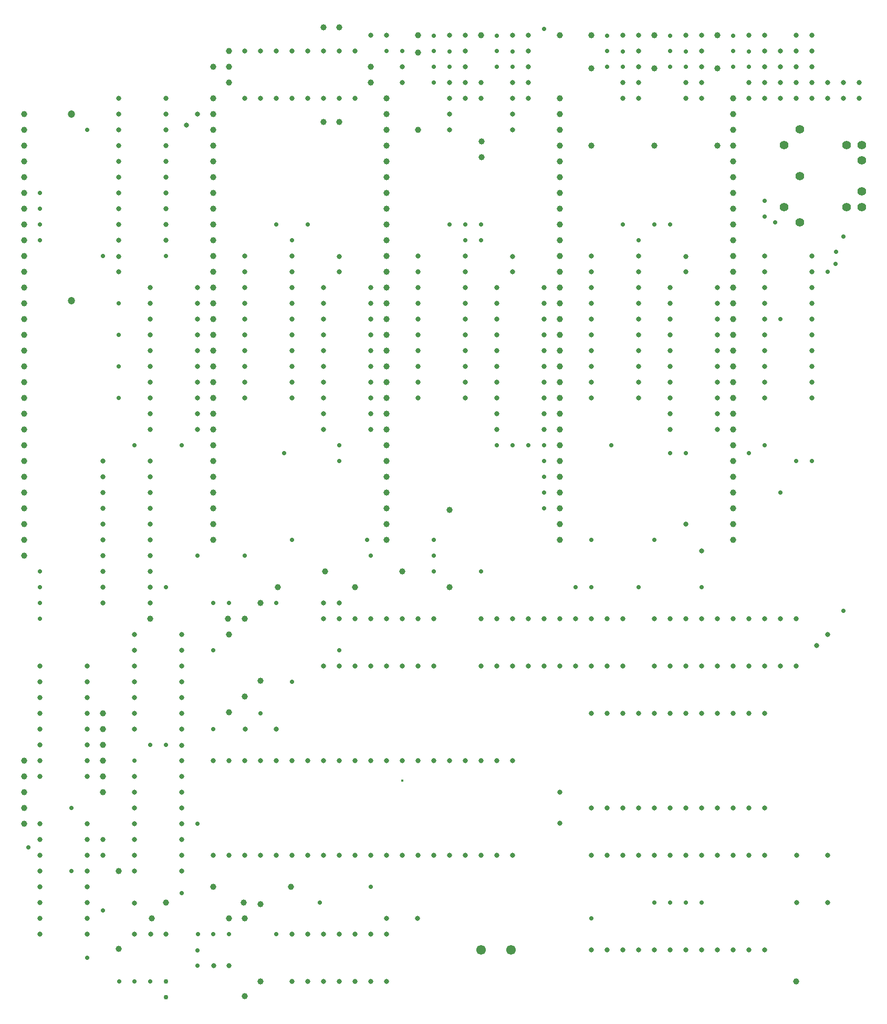
<source format=gbr>
%TF.GenerationSoftware,KiCad,Pcbnew,5.1.10*%
%TF.CreationDate,2022-02-01T20:50:17+01:00*%
%TF.ProjectId,Videoerweiterung,56696465-6f65-4727-9765-69746572756e,3*%
%TF.SameCoordinates,Original*%
%TF.FileFunction,Plated,1,2,PTH,Drill*%
%TF.FilePolarity,Positive*%
%FSLAX46Y46*%
G04 Gerber Fmt 4.6, Leading zero omitted, Abs format (unit mm)*
G04 Created by KiCad (PCBNEW 5.1.10) date 2022-02-01 20:50:17*
%MOMM*%
%LPD*%
G01*
G04 APERTURE LIST*
%TA.AperFunction,ViaDrill*%
%ADD10C,0.400000*%
%TD*%
%TA.AperFunction,ViaDrill*%
%ADD11C,0.700000*%
%TD*%
%TA.AperFunction,ComponentDrill*%
%ADD12C,0.700000*%
%TD*%
%TA.AperFunction,ComponentDrill*%
%ADD13C,0.750000*%
%TD*%
%TA.AperFunction,ComponentDrill*%
%ADD14C,0.800000*%
%TD*%
%TA.AperFunction,ComponentDrill*%
%ADD15C,1.000000*%
%TD*%
%TA.AperFunction,ComponentDrill*%
%ADD16C,1.200000*%
%TD*%
%TA.AperFunction,ComponentDrill*%
%ADD17C,1.400000*%
%TD*%
%TA.AperFunction,ComponentDrill*%
%ADD18C,1.550000*%
%TD*%
G04 APERTURE END LIST*
D10*
X109220000Y-173355000D03*
D11*
X48895000Y-184150000D03*
X50800000Y-78740000D03*
X50800000Y-81280000D03*
X50800000Y-83820000D03*
X50800000Y-86360000D03*
X50800000Y-139700000D03*
X50800000Y-142240000D03*
X50800000Y-144780000D03*
X50800000Y-147320000D03*
X55880000Y-177800000D03*
X55880000Y-187960000D03*
X58420000Y-68580000D03*
X58420000Y-201930000D03*
X60960000Y-88900000D03*
X60960000Y-194310000D03*
X63500000Y-96520000D03*
X63500000Y-101600000D03*
X63500000Y-106680000D03*
X63500000Y-111760000D03*
D12*
%TO.C,VT201*%
X63540000Y-205740000D03*
%TD*%
D11*
X66040000Y-119380000D03*
X66040000Y-170180000D03*
D12*
%TO.C,VT201*%
X66040000Y-205740000D03*
X68540000Y-205740000D03*
%TO.C,VD202*%
X68580000Y-167640000D03*
X71080000Y-167640000D03*
%TD*%
D11*
X71120000Y-88900000D03*
X71120000Y-142240000D03*
X73660000Y-119380000D03*
X73660000Y-191516000D03*
X76200000Y-137160000D03*
X76200000Y-180340000D03*
D12*
%TO.C,VD200*%
X76200000Y-200700000D03*
X76200000Y-203200000D03*
%TO.C,VT200*%
X76260000Y-198120000D03*
%TO.C,VD203*%
X78740000Y-144780000D03*
%TD*%
D11*
X78740000Y-152400000D03*
X78740000Y-165100000D03*
D12*
%TO.C,VT200*%
X78760000Y-198120000D03*
%TO.C,VD203*%
X81240000Y-144780000D03*
%TO.C,VT200*%
X81260000Y-198120000D03*
%TD*%
D11*
X83820000Y-137160000D03*
X86360000Y-162560000D03*
X88900000Y-83820000D03*
X88900000Y-144780000D03*
X88900000Y-198120000D03*
X90170000Y-120650000D03*
X91440000Y-86360000D03*
X91440000Y-134620000D03*
X91440000Y-157480000D03*
X93980000Y-83820000D03*
X95885000Y-193040000D03*
X99060000Y-119380000D03*
X99060000Y-121920000D03*
X99060000Y-152400000D03*
X101600000Y-142240000D03*
X103505000Y-134620000D03*
X104140000Y-137160000D03*
X104140000Y-190500000D03*
D12*
%TO.C,VD400*%
X106680000Y-55880000D03*
X109180000Y-55880000D03*
%TO.C,VT400*%
X114300000Y-53380000D03*
X114300000Y-55880000D03*
X114300000Y-58380000D03*
%TD*%
D11*
X114300000Y-60960000D03*
X114300000Y-134620000D03*
X114300000Y-137160000D03*
X114300000Y-139700000D03*
D12*
%TO.C,VD401*%
X116840000Y-55920000D03*
X116840000Y-58420000D03*
%TD*%
D11*
X116840000Y-83820000D03*
X119380000Y-83820000D03*
X119380000Y-86360000D03*
X121920000Y-83820000D03*
X121920000Y-86360000D03*
X121920000Y-139700000D03*
D12*
%TO.C,VT401*%
X124460000Y-53380000D03*
X124460000Y-55880000D03*
X124460000Y-58380000D03*
%TD*%
D11*
X124460000Y-119380000D03*
D12*
%TO.C,VD402*%
X127000000Y-55920000D03*
X127000000Y-58420000D03*
%TD*%
D11*
X127000000Y-119380000D03*
X129540000Y-119380000D03*
X132080000Y-52324000D03*
X132080000Y-119380000D03*
X132080000Y-121920000D03*
X132080000Y-124460000D03*
X132080000Y-127000000D03*
X132080000Y-129540000D03*
X137160000Y-142240000D03*
X139700000Y-134620000D03*
X139700000Y-142240000D03*
X139700000Y-195580000D03*
D12*
%TO.C,VT402*%
X142240000Y-53380000D03*
X142240000Y-55880000D03*
X142240000Y-58380000D03*
%TD*%
D11*
X142875000Y-119380000D03*
D12*
%TO.C,VD403*%
X144780000Y-55920000D03*
X144780000Y-58420000D03*
%TD*%
D11*
X144780000Y-83820000D03*
X147320000Y-86360000D03*
X147320000Y-142240000D03*
X149860000Y-83820000D03*
X149860000Y-134620000D03*
X149860000Y-193040000D03*
D12*
%TO.C,VT403*%
X152400000Y-53380000D03*
X152400000Y-55880000D03*
X152400000Y-58380000D03*
%TD*%
D11*
X152400000Y-83820000D03*
X152400000Y-120650000D03*
X152400000Y-193040000D03*
D12*
%TO.C,VD404*%
X154940000Y-55920000D03*
X154940000Y-58420000D03*
%TD*%
D11*
X154940000Y-120650000D03*
X154940000Y-193040000D03*
X157480000Y-142240000D03*
X157480000Y-193040000D03*
D12*
%TO.C,VT404*%
X162560000Y-53380000D03*
X162560000Y-55880000D03*
X162560000Y-58380000D03*
%TO.C,VD405*%
X165100000Y-55920000D03*
X165100000Y-58420000D03*
%TD*%
D11*
X165100000Y-120650000D03*
X167640000Y-80010000D03*
X167640000Y-82550000D03*
X167640000Y-119380000D03*
X169301529Y-83428471D03*
X170180000Y-99060000D03*
X170180000Y-127000000D03*
X172720000Y-121920000D03*
X175260000Y-121920000D03*
X177800000Y-91440000D03*
X179070000Y-90170000D03*
X179120800Y-88239600D03*
X180340000Y-85725024D03*
X180340000Y-146050000D03*
D13*
%TO.C,VD201*%
X71120000Y-205740000D03*
X71120000Y-208280000D03*
D14*
%TO.C,D20*%
X50800000Y-154940000D03*
X50800000Y-157480000D03*
X50800000Y-160020000D03*
X50800000Y-162560000D03*
X50800000Y-165100000D03*
X50800000Y-167640000D03*
X50800000Y-170180000D03*
X50800000Y-172720000D03*
%TO.C,D21*%
X50800000Y-180340000D03*
X50800000Y-182880000D03*
X50800000Y-185420000D03*
X50800000Y-187960000D03*
X50800000Y-190500000D03*
X50800000Y-193040000D03*
X50800000Y-195580000D03*
X50800000Y-198120000D03*
%TO.C,D20*%
X58420000Y-154940000D03*
X58420000Y-157480000D03*
X58420000Y-160020000D03*
X58420000Y-162560000D03*
X58420000Y-165100000D03*
X58420000Y-167640000D03*
X58420000Y-170180000D03*
X58420000Y-172720000D03*
%TO.C,D21*%
X58420000Y-180340000D03*
X58420000Y-182880000D03*
X58420000Y-185420000D03*
X58420000Y-187960000D03*
X58420000Y-190500000D03*
X58420000Y-193040000D03*
X58420000Y-195580000D03*
X58420000Y-198120000D03*
%TO.C,D17*%
X60960000Y-121920000D03*
X60960000Y-124460000D03*
X60960000Y-127000000D03*
X60960000Y-129540000D03*
X60960000Y-132080000D03*
X60960000Y-134620000D03*
X60960000Y-137160000D03*
X60960000Y-139700000D03*
X60960000Y-142240000D03*
X60960000Y-144780000D03*
%TO.C,C17*%
X60960000Y-182880000D03*
X60960000Y-185380000D03*
%TO.C,D15*%
X63500000Y-63500000D03*
X63500000Y-66040000D03*
X63500000Y-68580000D03*
X63500000Y-71120000D03*
X63500000Y-73660000D03*
X63500000Y-76200000D03*
X63500000Y-78740000D03*
X63500000Y-81280000D03*
X63500000Y-83820000D03*
X63500000Y-86360000D03*
%TO.C,C9*%
X63500000Y-88940000D03*
X63500000Y-91440000D03*
%TO.C,D18*%
X66040000Y-149860000D03*
X66040000Y-152400000D03*
X66040000Y-154940000D03*
X66040000Y-157480000D03*
X66040000Y-160020000D03*
X66040000Y-162560000D03*
X66040000Y-165100000D03*
%TO.C,D19*%
X66040000Y-172720000D03*
X66040000Y-175260000D03*
X66040000Y-177800000D03*
X66040000Y-180340000D03*
X66040000Y-182880000D03*
X66040000Y-185420000D03*
X66040000Y-187960000D03*
%TO.C,C200*%
X66040000Y-193120000D03*
X66040000Y-198120000D03*
%TO.C,D16*%
X68580000Y-93980000D03*
X68580000Y-96520000D03*
X68580000Y-99060000D03*
X68580000Y-101600000D03*
X68580000Y-104140000D03*
X68580000Y-106680000D03*
X68580000Y-109220000D03*
X68580000Y-111760000D03*
X68580000Y-114300000D03*
X68580000Y-116840000D03*
%TO.C,D17*%
X68580000Y-121920000D03*
X68580000Y-124460000D03*
X68580000Y-127000000D03*
X68580000Y-129540000D03*
X68580000Y-132080000D03*
X68580000Y-134620000D03*
X68580000Y-137160000D03*
X68580000Y-139700000D03*
X68580000Y-142240000D03*
X68580000Y-144780000D03*
%TO.C,C24*%
X68620000Y-198120000D03*
%TO.C,D15*%
X71120000Y-63500000D03*
X71120000Y-66040000D03*
X71120000Y-68580000D03*
X71120000Y-71120000D03*
X71120000Y-73660000D03*
X71120000Y-76200000D03*
X71120000Y-78740000D03*
X71120000Y-81280000D03*
X71120000Y-83820000D03*
X71120000Y-86360000D03*
%TO.C,C24*%
X71120000Y-198120000D03*
%TO.C,D18*%
X73660000Y-149860000D03*
X73660000Y-152400000D03*
X73660000Y-154940000D03*
X73660000Y-157480000D03*
X73660000Y-160020000D03*
X73660000Y-162560000D03*
X73660000Y-165100000D03*
%TO.C,C15*%
X73660000Y-167680000D03*
X73660000Y-170180000D03*
%TO.C,D19*%
X73660000Y-172720000D03*
X73660000Y-175260000D03*
X73660000Y-177800000D03*
X73660000Y-180340000D03*
X73660000Y-182880000D03*
X73660000Y-185420000D03*
X73660000Y-187960000D03*
%TO.C,C4*%
X74392233Y-67807767D03*
X76160000Y-66040000D03*
%TO.C,D16*%
X76200000Y-93980000D03*
X76200000Y-96520000D03*
X76200000Y-99060000D03*
X76200000Y-101600000D03*
X76200000Y-104140000D03*
X76200000Y-106680000D03*
X76200000Y-109220000D03*
X76200000Y-111760000D03*
X76200000Y-114300000D03*
X76200000Y-116840000D03*
%TO.C,D13*%
X78740000Y-170180000D03*
X78740000Y-185420000D03*
%TO.C,C201*%
X78780000Y-203200000D03*
%TO.C,D13*%
X81280000Y-170180000D03*
X81280000Y-185420000D03*
%TO.C,C201*%
X81280000Y-203200000D03*
%TO.C,D0*%
X83820000Y-55880000D03*
X83820000Y-63500000D03*
%TO.C,D12*%
X83820000Y-88900000D03*
X83820000Y-91440000D03*
X83820000Y-93980000D03*
X83820000Y-96520000D03*
X83820000Y-99060000D03*
X83820000Y-101600000D03*
X83820000Y-104140000D03*
X83820000Y-106680000D03*
X83820000Y-109220000D03*
X83820000Y-111760000D03*
%TO.C,D13*%
X83820000Y-170180000D03*
X83820000Y-185420000D03*
%TO.C,C202*%
X83900000Y-165100000D03*
%TO.C,D0*%
X86360000Y-55880000D03*
X86360000Y-63500000D03*
%TO.C,D13*%
X86360000Y-170180000D03*
X86360000Y-185420000D03*
%TO.C,D0*%
X88900000Y-55880000D03*
X88900000Y-63500000D03*
%TO.C,C202*%
X88900000Y-165100000D03*
%TO.C,D13*%
X88900000Y-170180000D03*
X88900000Y-185420000D03*
%TO.C,D0*%
X91440000Y-55880000D03*
X91440000Y-63500000D03*
%TO.C,D12*%
X91440000Y-88900000D03*
X91440000Y-91440000D03*
X91440000Y-93980000D03*
X91440000Y-96520000D03*
X91440000Y-99060000D03*
X91440000Y-101600000D03*
X91440000Y-104140000D03*
X91440000Y-106680000D03*
X91440000Y-109220000D03*
X91440000Y-111760000D03*
%TO.C,D13*%
X91440000Y-170180000D03*
X91440000Y-185420000D03*
%TO.C,D14*%
X91440000Y-198120000D03*
X91440000Y-205740000D03*
%TO.C,D0*%
X93980000Y-55880000D03*
X93980000Y-63500000D03*
%TO.C,D13*%
X93980000Y-170180000D03*
X93980000Y-185420000D03*
%TO.C,D14*%
X93980000Y-198120000D03*
X93980000Y-205740000D03*
%TO.C,D0*%
X96520000Y-55880000D03*
X96520000Y-63500000D03*
%TO.C,D11*%
X96520000Y-93980000D03*
X96520000Y-96520000D03*
X96520000Y-99060000D03*
X96520000Y-101600000D03*
X96520000Y-104140000D03*
X96520000Y-106680000D03*
X96520000Y-109220000D03*
X96520000Y-111760000D03*
X96520000Y-114300000D03*
X96520000Y-116840000D03*
%TO.C,C14*%
X96520000Y-144780000D03*
%TO.C,D10*%
X96520000Y-147320000D03*
X96520000Y-154940000D03*
%TO.C,D13*%
X96520000Y-170180000D03*
X96520000Y-185420000D03*
%TO.C,D14*%
X96520000Y-198120000D03*
X96520000Y-205740000D03*
%TO.C,C14*%
X99020000Y-144780000D03*
%TO.C,D0*%
X99060000Y-55880000D03*
X99060000Y-63500000D03*
%TO.C,C7*%
X99060000Y-88940000D03*
X99060000Y-91440000D03*
%TO.C,D10*%
X99060000Y-147320000D03*
X99060000Y-154940000D03*
%TO.C,D13*%
X99060000Y-170180000D03*
X99060000Y-185420000D03*
%TO.C,D14*%
X99060000Y-198120000D03*
X99060000Y-205740000D03*
%TO.C,D0*%
X101600000Y-55880000D03*
X101600000Y-63500000D03*
%TO.C,D10*%
X101600000Y-147320000D03*
X101600000Y-154940000D03*
%TO.C,D13*%
X101600000Y-170180000D03*
X101600000Y-185420000D03*
%TO.C,D14*%
X101600000Y-198120000D03*
X101600000Y-205740000D03*
%TO.C,R26*%
X104140000Y-53340000D03*
%TO.C,D11*%
X104140000Y-93980000D03*
X104140000Y-96520000D03*
X104140000Y-99060000D03*
X104140000Y-101600000D03*
X104140000Y-104140000D03*
X104140000Y-106680000D03*
X104140000Y-109220000D03*
X104140000Y-111760000D03*
X104140000Y-114300000D03*
X104140000Y-116840000D03*
%TO.C,D10*%
X104140000Y-147320000D03*
X104140000Y-154940000D03*
%TO.C,D13*%
X104140000Y-170180000D03*
X104140000Y-185420000D03*
%TO.C,D14*%
X104140000Y-198120000D03*
X104140000Y-205740000D03*
%TO.C,R26*%
X106680000Y-53340000D03*
%TO.C,D10*%
X106680000Y-147320000D03*
X106680000Y-154940000D03*
%TO.C,D13*%
X106680000Y-170180000D03*
X106680000Y-185420000D03*
%TO.C,C18*%
X106680000Y-195580000D03*
%TO.C,D14*%
X106680000Y-198120000D03*
X106680000Y-205740000D03*
%TO.C,R501*%
X109220000Y-58420000D03*
X109220000Y-60960000D03*
%TO.C,D10*%
X109220000Y-147320000D03*
X109220000Y-154940000D03*
%TO.C,D13*%
X109220000Y-170180000D03*
X109220000Y-185420000D03*
%TO.C,C18*%
X111680000Y-195580000D03*
%TO.C,D9*%
X111760000Y-88900000D03*
X111760000Y-91440000D03*
X111760000Y-93980000D03*
X111760000Y-96520000D03*
X111760000Y-99060000D03*
X111760000Y-101600000D03*
X111760000Y-104140000D03*
X111760000Y-106680000D03*
X111760000Y-109220000D03*
X111760000Y-111760000D03*
%TO.C,D10*%
X111760000Y-147320000D03*
X111760000Y-154940000D03*
%TO.C,D13*%
X111760000Y-170180000D03*
X111760000Y-185420000D03*
%TO.C,D10*%
X114300000Y-147320000D03*
X114300000Y-154940000D03*
%TO.C,D13*%
X114300000Y-170180000D03*
X114300000Y-185420000D03*
%TO.C,C21*%
X116840000Y-53340000D03*
%TO.C,R24*%
X116840000Y-60960000D03*
X116840000Y-63500000D03*
%TO.C,C8*%
X116840000Y-66040000D03*
X116840000Y-68540000D03*
%TO.C,D13*%
X116840000Y-170180000D03*
X116840000Y-185420000D03*
%TO.C,C21*%
X119340000Y-53340000D03*
%TO.C,R22*%
X119380000Y-55880000D03*
X119380000Y-58420000D03*
%TO.C,R23*%
X119380000Y-60960000D03*
X119380000Y-63500000D03*
%TO.C,D9*%
X119380000Y-88900000D03*
X119380000Y-91440000D03*
X119380000Y-93980000D03*
X119380000Y-96520000D03*
X119380000Y-99060000D03*
X119380000Y-101600000D03*
X119380000Y-104140000D03*
X119380000Y-106680000D03*
X119380000Y-109220000D03*
X119380000Y-111760000D03*
%TO.C,D13*%
X119380000Y-170180000D03*
X119380000Y-185420000D03*
%TO.C,R20*%
X121920000Y-60960000D03*
X121920000Y-63500000D03*
%TO.C,D8*%
X121920000Y-147320000D03*
X121920000Y-154940000D03*
%TO.C,D13*%
X121920000Y-170180000D03*
X121920000Y-185420000D03*
%TO.C,D7*%
X124460000Y-93980000D03*
X124460000Y-96520000D03*
X124460000Y-99060000D03*
X124460000Y-101600000D03*
X124460000Y-104140000D03*
X124460000Y-106680000D03*
X124460000Y-109220000D03*
X124460000Y-111760000D03*
X124460000Y-114300000D03*
X124460000Y-116840000D03*
%TO.C,D8*%
X124460000Y-147320000D03*
X124460000Y-154940000D03*
%TO.C,D13*%
X124460000Y-170180000D03*
X124460000Y-185420000D03*
%TO.C,C16*%
X127000000Y-53340000D03*
%TO.C,R19*%
X127000000Y-60960000D03*
X127000000Y-63500000D03*
%TO.C,C12*%
X127000000Y-66040000D03*
X127000000Y-68540000D03*
%TO.C,C10*%
X127000000Y-88940000D03*
X127000000Y-91440000D03*
%TO.C,D8*%
X127000000Y-147320000D03*
X127000000Y-154940000D03*
%TO.C,D13*%
X127000000Y-170180000D03*
X127000000Y-185420000D03*
%TO.C,C16*%
X129500000Y-53340000D03*
%TO.C,R17*%
X129540000Y-55880000D03*
X129540000Y-58420000D03*
%TO.C,R18*%
X129540000Y-60960000D03*
X129540000Y-63500000D03*
%TO.C,D8*%
X129540000Y-147320000D03*
X129540000Y-154940000D03*
%TO.C,D7*%
X132080000Y-93980000D03*
X132080000Y-96520000D03*
X132080000Y-99060000D03*
X132080000Y-101600000D03*
X132080000Y-104140000D03*
X132080000Y-106680000D03*
X132080000Y-109220000D03*
X132080000Y-111760000D03*
X132080000Y-114300000D03*
X132080000Y-116840000D03*
%TO.C,D8*%
X132080000Y-147320000D03*
X132080000Y-154940000D03*
X134620000Y-147320000D03*
X134620000Y-154940000D03*
%TO.C,C3*%
X134620000Y-175260000D03*
X134620000Y-180260000D03*
%TO.C,D8*%
X137160000Y-147320000D03*
X137160000Y-154940000D03*
%TO.C,D4*%
X139700000Y-88900000D03*
X139700000Y-91440000D03*
X139700000Y-93980000D03*
X139700000Y-96520000D03*
X139700000Y-99060000D03*
X139700000Y-101600000D03*
X139700000Y-104140000D03*
X139700000Y-106680000D03*
X139700000Y-109220000D03*
X139700000Y-111760000D03*
%TO.C,D8*%
X139700000Y-147320000D03*
X139700000Y-154940000D03*
%TO.C,D5*%
X139700000Y-162560000D03*
X139700000Y-177800000D03*
%TO.C,D6*%
X139700000Y-185420000D03*
X139700000Y-200660000D03*
%TO.C,D8*%
X142240000Y-147320000D03*
X142240000Y-154940000D03*
%TO.C,D5*%
X142240000Y-162560000D03*
X142240000Y-177800000D03*
%TO.C,D6*%
X142240000Y-185420000D03*
X142240000Y-200660000D03*
%TO.C,C11*%
X144780000Y-53340000D03*
%TO.C,R14*%
X144780000Y-60960000D03*
X144780000Y-63500000D03*
%TO.C,D8*%
X144780000Y-147320000D03*
X144780000Y-154940000D03*
%TO.C,D5*%
X144780000Y-162560000D03*
X144780000Y-177800000D03*
%TO.C,D6*%
X144780000Y-185420000D03*
X144780000Y-200660000D03*
%TO.C,C11*%
X147280000Y-53340000D03*
%TO.C,R12*%
X147320000Y-55880000D03*
X147320000Y-58420000D03*
%TO.C,R13*%
X147320000Y-60960000D03*
X147320000Y-63500000D03*
%TO.C,D4*%
X147320000Y-88900000D03*
X147320000Y-91440000D03*
X147320000Y-93980000D03*
X147320000Y-96520000D03*
X147320000Y-99060000D03*
X147320000Y-101600000D03*
X147320000Y-104140000D03*
X147320000Y-106680000D03*
X147320000Y-109220000D03*
X147320000Y-111760000D03*
%TO.C,D5*%
X147320000Y-162560000D03*
X147320000Y-177800000D03*
%TO.C,D6*%
X147320000Y-185420000D03*
X147320000Y-200660000D03*
%TO.C,D2*%
X149860000Y-147320000D03*
X149860000Y-154940000D03*
%TO.C,D5*%
X149860000Y-162560000D03*
X149860000Y-177800000D03*
%TO.C,D6*%
X149860000Y-185420000D03*
X149860000Y-200660000D03*
%TO.C,D3*%
X152400000Y-93980000D03*
X152400000Y-96520000D03*
X152400000Y-99060000D03*
X152400000Y-101600000D03*
X152400000Y-104140000D03*
X152400000Y-106680000D03*
X152400000Y-109220000D03*
X152400000Y-111760000D03*
X152400000Y-114300000D03*
X152400000Y-116840000D03*
%TO.C,D2*%
X152400000Y-147320000D03*
X152400000Y-154940000D03*
%TO.C,D5*%
X152400000Y-162560000D03*
X152400000Y-177800000D03*
%TO.C,D6*%
X152400000Y-185420000D03*
X152400000Y-200660000D03*
%TO.C,C6*%
X154940000Y-53340000D03*
%TO.C,R9*%
X154940000Y-60960000D03*
X154940000Y-63500000D03*
%TO.C,C13*%
X154940000Y-88940000D03*
X154940000Y-91440000D03*
%TO.C,C19*%
X154940000Y-132080000D03*
%TO.C,D2*%
X154940000Y-147320000D03*
X154940000Y-154940000D03*
%TO.C,D5*%
X154940000Y-162560000D03*
X154940000Y-177800000D03*
%TO.C,D6*%
X154940000Y-185420000D03*
X154940000Y-200660000D03*
%TO.C,C6*%
X157440000Y-53340000D03*
%TO.C,C19*%
X157440000Y-136410127D03*
%TO.C,R7*%
X157480000Y-55880000D03*
X157480000Y-58420000D03*
%TO.C,R8*%
X157480000Y-60960000D03*
X157480000Y-63500000D03*
%TO.C,D2*%
X157480000Y-147320000D03*
X157480000Y-154940000D03*
%TO.C,D5*%
X157480000Y-162560000D03*
X157480000Y-177800000D03*
%TO.C,D6*%
X157480000Y-185420000D03*
X157480000Y-200660000D03*
%TO.C,D3*%
X160020000Y-93980000D03*
X160020000Y-96520000D03*
X160020000Y-99060000D03*
X160020000Y-101600000D03*
X160020000Y-104140000D03*
X160020000Y-106680000D03*
X160020000Y-109220000D03*
X160020000Y-111760000D03*
X160020000Y-114300000D03*
X160020000Y-116840000D03*
%TO.C,D2*%
X160020000Y-147320000D03*
X160020000Y-154940000D03*
%TO.C,D5*%
X160020000Y-162560000D03*
X160020000Y-177800000D03*
%TO.C,D6*%
X160020000Y-185420000D03*
X160020000Y-200660000D03*
%TO.C,D2*%
X162560000Y-147320000D03*
X162560000Y-154940000D03*
%TO.C,D5*%
X162560000Y-162560000D03*
X162560000Y-177800000D03*
%TO.C,D6*%
X162560000Y-185420000D03*
X162560000Y-200660000D03*
%TO.C,C1*%
X165100000Y-53340000D03*
%TO.C,R4*%
X165100000Y-60960000D03*
X165100000Y-63500000D03*
%TO.C,D2*%
X165100000Y-147320000D03*
X165100000Y-154940000D03*
%TO.C,D5*%
X165100000Y-162560000D03*
X165100000Y-177800000D03*
%TO.C,D6*%
X165100000Y-185420000D03*
X165100000Y-200660000D03*
%TO.C,C1*%
X167600000Y-53340000D03*
%TO.C,R2*%
X167640000Y-55880000D03*
X167640000Y-58420000D03*
%TO.C,R3*%
X167640000Y-60960000D03*
X167640000Y-63500000D03*
%TO.C,D1*%
X167640000Y-88900000D03*
X167640000Y-91440000D03*
X167640000Y-93980000D03*
X167640000Y-96520000D03*
X167640000Y-99060000D03*
X167640000Y-101600000D03*
X167640000Y-104140000D03*
X167640000Y-106680000D03*
X167640000Y-109220000D03*
X167640000Y-111760000D03*
%TO.C,D2*%
X167640000Y-147320000D03*
X167640000Y-154940000D03*
%TO.C,D5*%
X167640000Y-162560000D03*
X167640000Y-177800000D03*
%TO.C,D6*%
X167640000Y-185420000D03*
X167640000Y-200660000D03*
%TO.C,R406*%
X170180000Y-55880000D03*
X170180000Y-58420000D03*
%TO.C,C5*%
X170180000Y-60960000D03*
X170180000Y-63460000D03*
%TO.C,D2*%
X170180000Y-147320000D03*
X170180000Y-154940000D03*
%TO.C,R408*%
X172720000Y-53340000D03*
%TO.C,R407*%
X172720000Y-55880000D03*
X172720000Y-58420000D03*
%TO.C,R401*%
X172720000Y-60960000D03*
X172720000Y-63500000D03*
%TO.C,D2*%
X172720000Y-147320000D03*
X172720000Y-154940000D03*
%TO.C,C22*%
X172800000Y-185420000D03*
%TO.C,C23*%
X172800000Y-193040000D03*
%TO.C,R408*%
X175260000Y-53340000D03*
%TO.C,R409*%
X175260000Y-55880000D03*
X175260000Y-58420000D03*
%TO.C,R403*%
X175260000Y-60960000D03*
X175260000Y-63500000D03*
%TO.C,D1*%
X175260000Y-88900000D03*
X175260000Y-91440000D03*
X175260000Y-93980000D03*
X175260000Y-96520000D03*
X175260000Y-99060000D03*
X175260000Y-101600000D03*
X175260000Y-104140000D03*
X175260000Y-106680000D03*
X175260000Y-109220000D03*
X175260000Y-111760000D03*
%TO.C,C20*%
X176032233Y-151627767D03*
%TO.C,R402*%
X177800000Y-60960000D03*
X177800000Y-63500000D03*
%TO.C,C20*%
X177800000Y-149860000D03*
%TO.C,C22*%
X177800000Y-185420000D03*
%TO.C,C23*%
X177800000Y-193040000D03*
%TO.C,R404*%
X180340000Y-60960000D03*
X180340000Y-63500000D03*
%TO.C,R405*%
X182880000Y-60960000D03*
X182880000Y-63500000D03*
D15*
%TO.C,X200*%
X48260000Y-66040000D03*
X48260000Y-68580000D03*
X48260000Y-71120000D03*
X48260000Y-73660000D03*
X48260000Y-76200000D03*
X48260000Y-78740000D03*
X48260000Y-81280000D03*
X48260000Y-83820000D03*
X48260000Y-86360000D03*
X48260000Y-88900000D03*
X48260000Y-91440000D03*
X48260000Y-93980000D03*
X48260000Y-96520000D03*
X48260000Y-99060000D03*
X48260000Y-101600000D03*
X48260000Y-104140000D03*
X48260000Y-106680000D03*
X48260000Y-109220000D03*
X48260000Y-111760000D03*
X48260000Y-114300000D03*
X48260000Y-116840000D03*
X48260000Y-119380000D03*
X48260000Y-121920000D03*
X48260000Y-124460000D03*
X48260000Y-127000000D03*
X48260000Y-129540000D03*
X48260000Y-132080000D03*
X48260000Y-134620000D03*
X48260000Y-137160000D03*
%TO.C,X204*%
X48260000Y-170180000D03*
%TO.C,X202*%
X48260000Y-172720000D03*
X48260000Y-175260000D03*
%TO.C,X201*%
X48260000Y-177800000D03*
%TO.C,X205*%
X48260000Y-180340000D03*
%TO.C,X203*%
X60960000Y-162560000D03*
X60960000Y-165100000D03*
X60960000Y-167640000D03*
X60960000Y-170180000D03*
X60960000Y-172720000D03*
X60960000Y-175260000D03*
%TO.C,R204*%
X63500000Y-187960000D03*
X63500000Y-200460000D03*
%TO.C,R212*%
X68580000Y-147320000D03*
%TO.C,R200*%
X68780000Y-195580000D03*
%TO.C,R201*%
X71120000Y-193040000D03*
%TO.C,JP503*%
X78740000Y-58420000D03*
%TO.C,X300*%
X78740000Y-63500000D03*
X78740000Y-66040000D03*
X78740000Y-68580000D03*
X78740000Y-71120000D03*
X78740000Y-73660000D03*
X78740000Y-76200000D03*
X78740000Y-78740000D03*
X78740000Y-81280000D03*
X78740000Y-83820000D03*
X78740000Y-86360000D03*
X78740000Y-88900000D03*
X78740000Y-91440000D03*
X78740000Y-93980000D03*
X78740000Y-96520000D03*
X78740000Y-99060000D03*
X78740000Y-101600000D03*
X78740000Y-104140000D03*
X78740000Y-106680000D03*
X78740000Y-109220000D03*
X78740000Y-111760000D03*
X78740000Y-114300000D03*
X78740000Y-116840000D03*
X78740000Y-119380000D03*
X78740000Y-121920000D03*
X78740000Y-124460000D03*
X78740000Y-127000000D03*
X78740000Y-129540000D03*
X78740000Y-132080000D03*
X78740000Y-134620000D03*
%TO.C,R205*%
X78740000Y-190500000D03*
%TO.C,R212*%
X81080000Y-147320000D03*
%TO.C,JP501*%
X81280000Y-55880000D03*
X81280000Y-58420000D03*
%TO.C,JP504*%
X81280000Y-58420000D03*
%TO.C,JP503*%
X81280000Y-58420000D03*
%TO.C,JP504*%
X81280000Y-60960000D03*
%TO.C,R206*%
X81280000Y-149860000D03*
X81280000Y-162360000D03*
%TO.C,R200*%
X81280000Y-195580000D03*
%TO.C,R201*%
X83620000Y-193040000D03*
%TO.C,R210*%
X83820000Y-147320000D03*
X83820000Y-159820000D03*
%TO.C,R202*%
X83820000Y-195580000D03*
X83820000Y-208080000D03*
%TO.C,R209*%
X86360000Y-144780000D03*
X86360000Y-157280000D03*
%TO.C,R203*%
X86360000Y-193240000D03*
X86360000Y-205740000D03*
%TO.C,R208*%
X89100000Y-142240000D03*
%TO.C,R205*%
X91240000Y-190500000D03*
%TO.C,JP507*%
X96520000Y-52070000D03*
%TO.C,JP502*%
X96520000Y-67310000D03*
%TO.C,R207*%
X96720000Y-139700000D03*
%TO.C,JP507*%
X99060000Y-52070000D03*
%TO.C,JP502*%
X99060000Y-67310000D03*
%TO.C,R208*%
X101600000Y-142240000D03*
%TO.C,JP505*%
X104140000Y-58420000D03*
X104140000Y-60960000D03*
%TO.C,X302*%
X106680000Y-63500000D03*
X106680000Y-66040000D03*
X106680000Y-68580000D03*
X106680000Y-71120000D03*
X106680000Y-73660000D03*
X106680000Y-76200000D03*
X106680000Y-78740000D03*
X106680000Y-81280000D03*
X106680000Y-83820000D03*
X106680000Y-86360000D03*
X106680000Y-88900000D03*
X106680000Y-91440000D03*
X106680000Y-93980000D03*
X106680000Y-96520000D03*
X106680000Y-99060000D03*
X106680000Y-101600000D03*
X106680000Y-104140000D03*
X106680000Y-106680000D03*
X106680000Y-109220000D03*
X106680000Y-111760000D03*
X106680000Y-114300000D03*
X106680000Y-116840000D03*
X106680000Y-119380000D03*
X106680000Y-121920000D03*
X106680000Y-124460000D03*
X106680000Y-127000000D03*
X106680000Y-129540000D03*
X106680000Y-132080000D03*
X106680000Y-134620000D03*
%TO.C,R207*%
X109220000Y-139700000D03*
%TO.C,TP400*%
X111760000Y-53340000D03*
%TO.C,R25*%
X111760000Y-56080000D03*
X111760000Y-68580000D03*
%TO.C,R211*%
X116840000Y-129740000D03*
X116840000Y-142240000D03*
%TO.C,TP401*%
X121920000Y-53340000D03*
%TO.C,JP506*%
X122000000Y-70400000D03*
X122000000Y-72940000D03*
%TO.C,X405*%
X134620000Y-53340000D03*
%TO.C,X303*%
X134620000Y-63500000D03*
X134620000Y-66040000D03*
X134620000Y-68580000D03*
X134620000Y-71120000D03*
X134620000Y-73660000D03*
X134620000Y-76200000D03*
X134620000Y-78740000D03*
X134620000Y-81280000D03*
X134620000Y-83820000D03*
X134620000Y-86360000D03*
X134620000Y-88900000D03*
X134620000Y-91440000D03*
X134620000Y-93980000D03*
X134620000Y-96520000D03*
X134620000Y-99060000D03*
X134620000Y-101600000D03*
X134620000Y-104140000D03*
X134620000Y-106680000D03*
X134620000Y-109220000D03*
X134620000Y-111760000D03*
X134620000Y-114300000D03*
X134620000Y-116840000D03*
X134620000Y-119380000D03*
X134620000Y-121920000D03*
X134620000Y-124460000D03*
X134620000Y-127000000D03*
X134620000Y-129540000D03*
X134620000Y-132080000D03*
X134620000Y-134620000D03*
%TO.C,TP402*%
X139700000Y-53340000D03*
%TO.C,R15*%
X139700000Y-58620000D03*
X139700000Y-71120000D03*
%TO.C,TP403*%
X149860000Y-53340000D03*
%TO.C,R10*%
X149860000Y-58620000D03*
X149860000Y-71120000D03*
%TO.C,TP404*%
X160020000Y-53340000D03*
%TO.C,R5*%
X160020000Y-58620000D03*
X160020000Y-71120000D03*
%TO.C,X301*%
X162560000Y-63500000D03*
X162560000Y-66040000D03*
X162560000Y-68580000D03*
X162560000Y-71120000D03*
X162560000Y-73660000D03*
X162560000Y-76200000D03*
X162560000Y-78740000D03*
X162560000Y-81280000D03*
X162560000Y-83820000D03*
X162560000Y-86360000D03*
X162560000Y-88900000D03*
X162560000Y-91440000D03*
X162560000Y-93980000D03*
X162560000Y-96520000D03*
X162560000Y-99060000D03*
X162560000Y-101600000D03*
X162560000Y-104140000D03*
X162560000Y-106680000D03*
X162560000Y-109220000D03*
X162560000Y-111760000D03*
X162560000Y-114300000D03*
X162560000Y-116840000D03*
X162560000Y-119380000D03*
X162560000Y-121920000D03*
X162560000Y-124460000D03*
X162560000Y-127000000D03*
X162560000Y-129540000D03*
X162560000Y-132080000D03*
X162560000Y-134620000D03*
%TO.C,TP201*%
X172720000Y-205740000D03*
D16*
%TO.C,C2*%
X55880000Y-66040000D03*
X55880000Y-96120000D03*
D17*
%TO.C,X401*%
X170800000Y-71000000D03*
X170800000Y-81000000D03*
X173300000Y-68500000D03*
X173300000Y-76000000D03*
X173300000Y-83500000D03*
X180800000Y-71000000D03*
X180800000Y-81000000D03*
X183300000Y-71000000D03*
X183300000Y-73500000D03*
X183300000Y-78500000D03*
X183300000Y-81000000D03*
D18*
%TO.C,X206*%
X121920000Y-200660000D03*
X126720000Y-200660000D03*
M02*

</source>
